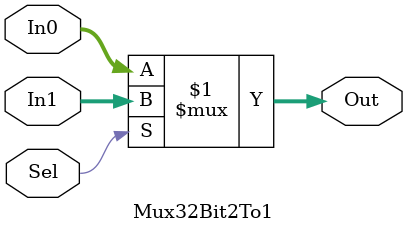
<source format=v>
`timescale 1ns / 1ps


module Mux32Bit2To1(Out, In0, In1, Sel);
    input [31:0] In0, In1;
    input Sel;
    
    output [31:0] Out;

    assign Out = (Sel) ? (In1):(In0);

endmodule

</source>
